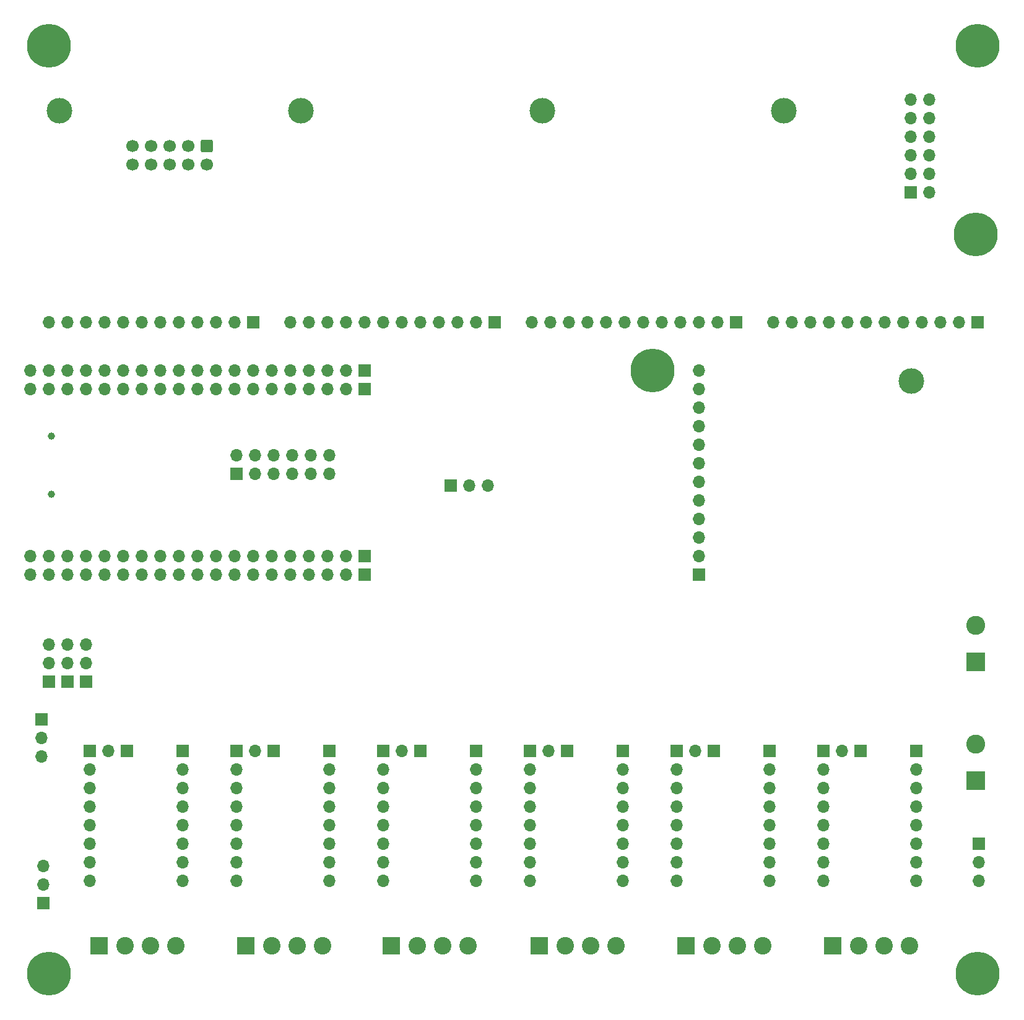
<source format=gbr>
%TF.GenerationSoftware,KiCad,Pcbnew,(5.99.0-13025-gf345eacf13)*%
%TF.CreationDate,2021-10-31T04:57:43-07:00*%
%TF.ProjectId,6_axis_I2S_v1p8s,365f6178-6973-45f4-9932-535f76317038,rev?*%
%TF.SameCoordinates,Original*%
%TF.FileFunction,Soldermask,Bot*%
%TF.FilePolarity,Negative*%
%FSLAX46Y46*%
G04 Gerber Fmt 4.6, Leading zero omitted, Abs format (unit mm)*
G04 Created by KiCad (PCBNEW (5.99.0-13025-gf345eacf13)) date 2021-10-31 04:57:43*
%MOMM*%
%LPD*%
G01*
G04 APERTURE LIST*
G04 Aperture macros list*
%AMRoundRect*
0 Rectangle with rounded corners*
0 $1 Rounding radius*
0 $2 $3 $4 $5 $6 $7 $8 $9 X,Y pos of 4 corners*
0 Add a 4 corners polygon primitive as box body*
4,1,4,$2,$3,$4,$5,$6,$7,$8,$9,$2,$3,0*
0 Add four circle primitives for the rounded corners*
1,1,$1+$1,$2,$3*
1,1,$1+$1,$4,$5*
1,1,$1+$1,$6,$7*
1,1,$1+$1,$8,$9*
0 Add four rect primitives between the rounded corners*
20,1,$1+$1,$2,$3,$4,$5,0*
20,1,$1+$1,$4,$5,$6,$7,0*
20,1,$1+$1,$6,$7,$8,$9,0*
20,1,$1+$1,$8,$9,$2,$3,0*%
G04 Aperture macros list end*
%ADD10R,1.700000X1.700000*%
%ADD11O,1.700000X1.700000*%
%ADD12R,2.400000X2.400000*%
%ADD13C,2.400000*%
%ADD14C,1.000000*%
%ADD15C,3.500000*%
%ADD16C,3.900000*%
%ADD17C,6.000000*%
%ADD18R,2.600000X2.600000*%
%ADD19C,2.600000*%
%ADD20RoundRect,0.250000X-0.600000X0.600000X-0.600000X-0.600000X0.600000X-0.600000X0.600000X0.600000X0*%
%ADD21C,1.700000*%
G04 APERTURE END LIST*
D10*
%TO.C,J18*%
X110744000Y-99187000D03*
D11*
X110744000Y-96647000D03*
X113284000Y-99187000D03*
X113284000Y-96647000D03*
X115824000Y-99187000D03*
X115824000Y-96647000D03*
X118364000Y-99187000D03*
X118364000Y-96647000D03*
X120904000Y-99187000D03*
X120904000Y-96647000D03*
X123444000Y-99187000D03*
X123444000Y-96647000D03*
%TD*%
D12*
%TO.C,TB3*%
X131910000Y-163830000D03*
D13*
X135410000Y-163830000D03*
X138910000Y-163830000D03*
X142410000Y-163830000D03*
%TD*%
D12*
%TO.C,TB6*%
X172212000Y-163830000D03*
D13*
X175712000Y-163830000D03*
X179212000Y-163830000D03*
X182712000Y-163830000D03*
%TD*%
D10*
%TO.C,J9*%
X110744000Y-137160000D03*
D11*
X110744000Y-139700000D03*
X110744000Y-142240000D03*
X110744000Y-144780000D03*
X110744000Y-147320000D03*
X110744000Y-149860000D03*
X110744000Y-152400000D03*
X110744000Y-154940000D03*
%TD*%
D14*
%TO.C,SD1*%
X85364000Y-102027000D03*
X85364000Y-94027000D03*
%TD*%
D10*
%TO.C,J13*%
X130810000Y-137160000D03*
D11*
X130810000Y-139700000D03*
X130810000Y-142240000D03*
X130810000Y-144780000D03*
X130810000Y-147320000D03*
X130810000Y-149860000D03*
X130810000Y-152400000D03*
X130810000Y-154940000D03*
%TD*%
D10*
%TO.C,J24*%
X84074000Y-132857000D03*
D11*
X84074000Y-135397000D03*
X84074000Y-137937000D03*
%TD*%
D12*
%TO.C,TB5*%
X152146000Y-163830000D03*
D13*
X155646000Y-163830000D03*
X159146000Y-163830000D03*
X162646000Y-163830000D03*
%TD*%
D15*
%TO.C,MOD3*%
X152570000Y-49486000D03*
D10*
X179070000Y-78486000D03*
D11*
X176530000Y-78486000D03*
X173990000Y-78486000D03*
X171450000Y-78486000D03*
X168910000Y-78486000D03*
X166370000Y-78486000D03*
X163830000Y-78486000D03*
X161290000Y-78486000D03*
X158750000Y-78486000D03*
X156210000Y-78486000D03*
X153670000Y-78486000D03*
X151130000Y-78486000D03*
%TD*%
D10*
%TO.C,J1*%
X95758000Y-137160000D03*
D11*
X93218000Y-137160000D03*
%TD*%
D10*
%TO.C,J2*%
X90678000Y-137160000D03*
D11*
X90678000Y-139700000D03*
X90678000Y-142240000D03*
X90678000Y-144780000D03*
X90678000Y-147320000D03*
X90678000Y-149860000D03*
X90678000Y-152400000D03*
X90678000Y-154940000D03*
%TD*%
D12*
%TO.C,TB7*%
X192278000Y-163830000D03*
D13*
X195778000Y-163830000D03*
X199278000Y-163830000D03*
X202778000Y-163830000D03*
%TD*%
D16*
%TO.C,MH2*%
X212090000Y-40640000D03*
D17*
X212090000Y-40640000D03*
%TD*%
%TO.C,MH6*%
X211782500Y-66426066D03*
D16*
X211782500Y-66426066D03*
%TD*%
D15*
%TO.C,MOD4*%
X185590000Y-49486000D03*
D10*
X212090000Y-78486000D03*
D11*
X209550000Y-78486000D03*
X207010000Y-78486000D03*
X204470000Y-78486000D03*
X201930000Y-78486000D03*
X199390000Y-78486000D03*
X196850000Y-78486000D03*
X194310000Y-78486000D03*
X191770000Y-78486000D03*
X189230000Y-78486000D03*
X186690000Y-78486000D03*
X184150000Y-78486000D03*
%TD*%
D10*
%TO.C,JP1*%
X90170000Y-127635000D03*
D11*
X90170000Y-125095000D03*
X90170000Y-122555000D03*
%TD*%
D18*
%TO.C,TB4*%
X211836000Y-141224000D03*
D19*
X211836000Y-136224000D03*
%TD*%
D10*
%TO.C,J20*%
X170942000Y-137160000D03*
D11*
X170942000Y-139700000D03*
X170942000Y-142240000D03*
X170942000Y-144780000D03*
X170942000Y-147320000D03*
X170942000Y-149860000D03*
X170942000Y-152400000D03*
X170942000Y-154940000D03*
%TD*%
D10*
%TO.C,J23*%
X212217000Y-149875000D03*
D11*
X212217000Y-152415000D03*
X212217000Y-154955000D03*
%TD*%
D20*
%TO.C,J11*%
X106680000Y-54356000D03*
D21*
X106680000Y-56896000D03*
X104140000Y-54356000D03*
X104140000Y-56896000D03*
X101600000Y-54356000D03*
X101600000Y-56896000D03*
X99060000Y-54356000D03*
X99060000Y-56896000D03*
X96520000Y-54356000D03*
X96520000Y-56896000D03*
%TD*%
D10*
%TO.C,J21*%
X183642000Y-137160000D03*
D11*
X183642000Y-139700000D03*
X183642000Y-142240000D03*
X183642000Y-144780000D03*
X183642000Y-147320000D03*
X183642000Y-149860000D03*
X183642000Y-152400000D03*
X183642000Y-154940000D03*
%TD*%
D10*
%TO.C,J4*%
X128270000Y-85090000D03*
D11*
X125730000Y-85090000D03*
X123190000Y-85090000D03*
X120650000Y-85090000D03*
X118110000Y-85090000D03*
X115570000Y-85090000D03*
X113030000Y-85090000D03*
X110490000Y-85090000D03*
X107950000Y-85090000D03*
X105410000Y-85090000D03*
X102870000Y-85090000D03*
X100330000Y-85090000D03*
X97790000Y-85090000D03*
X95250000Y-85090000D03*
X92710000Y-85090000D03*
X90170000Y-85090000D03*
X87630000Y-85090000D03*
X85090000Y-85090000D03*
X82550000Y-85090000D03*
%TD*%
D10*
%TO.C,J14*%
X143510000Y-137160000D03*
D11*
X143510000Y-139700000D03*
X143510000Y-142240000D03*
X143510000Y-144780000D03*
X143510000Y-147320000D03*
X143510000Y-149860000D03*
X143510000Y-152400000D03*
X143510000Y-154940000D03*
%TD*%
D10*
%TO.C,J28*%
X203708000Y-137160000D03*
D11*
X203708000Y-139700000D03*
X203708000Y-142240000D03*
X203708000Y-144780000D03*
X203708000Y-147320000D03*
X203708000Y-149860000D03*
X203708000Y-152400000D03*
X203708000Y-154940000D03*
%TD*%
D18*
%TO.C,TB8*%
X211836000Y-124968000D03*
D19*
X211836000Y-119968000D03*
%TD*%
D16*
%TO.C,MH3*%
X85090000Y-40640000D03*
D17*
X85090000Y-40640000D03*
%TD*%
D15*
%TO.C,MOD1*%
X86530000Y-49486000D03*
D10*
X113030000Y-78486000D03*
D11*
X110490000Y-78486000D03*
X107950000Y-78486000D03*
X105410000Y-78486000D03*
X102870000Y-78486000D03*
X100330000Y-78486000D03*
X97790000Y-78486000D03*
X95250000Y-78486000D03*
X92710000Y-78486000D03*
X90170000Y-78486000D03*
X87630000Y-78486000D03*
X85090000Y-78486000D03*
%TD*%
D10*
%TO.C,J5*%
X128270000Y-87630000D03*
D11*
X125730000Y-87630000D03*
X123190000Y-87630000D03*
X120650000Y-87630000D03*
X118110000Y-87630000D03*
X115570000Y-87630000D03*
X113030000Y-87630000D03*
X110490000Y-87630000D03*
X107950000Y-87630000D03*
X105410000Y-87630000D03*
X102870000Y-87630000D03*
X100330000Y-87630000D03*
X97790000Y-87630000D03*
X95250000Y-87630000D03*
X92710000Y-87630000D03*
X90170000Y-87630000D03*
X87630000Y-87630000D03*
X85090000Y-87630000D03*
X82550000Y-87630000D03*
%TD*%
D10*
%TO.C,J17*%
X163576000Y-137160000D03*
D11*
X163576000Y-139700000D03*
X163576000Y-142240000D03*
X163576000Y-144780000D03*
X163576000Y-147320000D03*
X163576000Y-149860000D03*
X163576000Y-152400000D03*
X163576000Y-154940000D03*
%TD*%
D10*
%TO.C,J7*%
X128270000Y-110490000D03*
D11*
X125730000Y-110490000D03*
X123190000Y-110490000D03*
X120650000Y-110490000D03*
X118110000Y-110490000D03*
X115570000Y-110490000D03*
X113030000Y-110490000D03*
X110490000Y-110490000D03*
X107950000Y-110490000D03*
X105410000Y-110490000D03*
X102870000Y-110490000D03*
X100330000Y-110490000D03*
X97790000Y-110490000D03*
X95250000Y-110490000D03*
X92710000Y-110490000D03*
X90170000Y-110490000D03*
X87630000Y-110490000D03*
X85090000Y-110490000D03*
X82550000Y-110490000D03*
%TD*%
D10*
%TO.C,JP4*%
X87632366Y-127635000D03*
D11*
X87632366Y-125095000D03*
X87632366Y-122555000D03*
%TD*%
D10*
%TO.C,J12*%
X135890000Y-137160000D03*
D11*
X133350000Y-137160000D03*
%TD*%
D10*
%TO.C,J3*%
X103378000Y-137160000D03*
D11*
X103378000Y-139700000D03*
X103378000Y-142240000D03*
X103378000Y-144780000D03*
X103378000Y-147320000D03*
X103378000Y-149860000D03*
X103378000Y-152400000D03*
X103378000Y-154940000D03*
%TD*%
D16*
%TO.C,MH1*%
X212090000Y-167640000D03*
D17*
X212090000Y-167640000D03*
%TD*%
D10*
%TO.C,J15*%
X155956000Y-137160000D03*
D11*
X153416000Y-137160000D03*
%TD*%
D17*
%TO.C,MH4*%
X85090000Y-167640000D03*
D16*
X85090000Y-167640000D03*
%TD*%
D15*
%TO.C,MOD5*%
X202992366Y-86530000D03*
D10*
X173992366Y-113030000D03*
D11*
X173992366Y-110490000D03*
X173992366Y-107950000D03*
X173992366Y-105410000D03*
X173992366Y-102870000D03*
X173992366Y-100330000D03*
X173992366Y-97790000D03*
X173992366Y-95250000D03*
X173992366Y-92710000D03*
X173992366Y-90170000D03*
X173992366Y-87630000D03*
X173992366Y-85090000D03*
%TD*%
D10*
%TO.C,J22*%
X139969000Y-100838000D03*
D11*
X142509000Y-100838000D03*
X145049000Y-100838000D03*
%TD*%
D12*
%TO.C,TB2*%
X112014000Y-163830000D03*
D13*
X115514000Y-163830000D03*
X119014000Y-163830000D03*
X122514000Y-163830000D03*
%TD*%
D10*
%TO.C,J8*%
X115824000Y-137160000D03*
D11*
X113284000Y-137160000D03*
%TD*%
D10*
%TO.C,J16*%
X150876000Y-137160000D03*
D11*
X150876000Y-139700000D03*
X150876000Y-142240000D03*
X150876000Y-144780000D03*
X150876000Y-147320000D03*
X150876000Y-149860000D03*
X150876000Y-152400000D03*
X150876000Y-154940000D03*
%TD*%
D12*
%TO.C,TB1*%
X91948000Y-163830000D03*
D13*
X95448000Y-163830000D03*
X98948000Y-163830000D03*
X102448000Y-163830000D03*
%TD*%
D10*
%TO.C,J25*%
X202946000Y-60706000D03*
D11*
X205486000Y-60706000D03*
X202946000Y-58166000D03*
X205486000Y-58166000D03*
X202946000Y-55626000D03*
X205486000Y-55626000D03*
X202946000Y-53086000D03*
X205486000Y-53086000D03*
X202946000Y-50546000D03*
X205486000Y-50546000D03*
X202946000Y-48006000D03*
X205486000Y-48006000D03*
%TD*%
D10*
%TO.C,J10*%
X123444000Y-137160000D03*
D11*
X123444000Y-139700000D03*
X123444000Y-142240000D03*
X123444000Y-144780000D03*
X123444000Y-147320000D03*
X123444000Y-149860000D03*
X123444000Y-152400000D03*
X123444000Y-154940000D03*
%TD*%
D10*
%TO.C,JP3*%
X84328000Y-157988000D03*
D11*
X84328000Y-155448000D03*
X84328000Y-152908000D03*
%TD*%
D10*
%TO.C,JP2*%
X85090000Y-127635000D03*
D11*
X85090000Y-125095000D03*
X85090000Y-122555000D03*
%TD*%
D10*
%TO.C,J27*%
X191008000Y-137160000D03*
D11*
X191008000Y-139700000D03*
X191008000Y-142240000D03*
X191008000Y-144780000D03*
X191008000Y-147320000D03*
X191008000Y-149860000D03*
X191008000Y-152400000D03*
X191008000Y-154940000D03*
%TD*%
D10*
%TO.C,J19*%
X176022000Y-137160000D03*
D11*
X173482000Y-137160000D03*
%TD*%
D10*
%TO.C,J26*%
X196088000Y-137160000D03*
D11*
X193548000Y-137160000D03*
%TD*%
D16*
%TO.C,MH5*%
X167640000Y-85090000D03*
D17*
X167640000Y-85090000D03*
%TD*%
D10*
%TO.C,J6*%
X128270000Y-113030000D03*
D11*
X125730000Y-113030000D03*
X123190000Y-113030000D03*
X120650000Y-113030000D03*
X118110000Y-113030000D03*
X115570000Y-113030000D03*
X113030000Y-113030000D03*
X110490000Y-113030000D03*
X107950000Y-113030000D03*
X105410000Y-113030000D03*
X102870000Y-113030000D03*
X100330000Y-113030000D03*
X97790000Y-113030000D03*
X95250000Y-113030000D03*
X92710000Y-113030000D03*
X90170000Y-113030000D03*
X87630000Y-113030000D03*
X85090000Y-113030000D03*
X82550000Y-113030000D03*
%TD*%
D15*
%TO.C,MOD2*%
X119550000Y-49486000D03*
D10*
X146050000Y-78486000D03*
D11*
X143510000Y-78486000D03*
X140970000Y-78486000D03*
X138430000Y-78486000D03*
X135890000Y-78486000D03*
X133350000Y-78486000D03*
X130810000Y-78486000D03*
X128270000Y-78486000D03*
X125730000Y-78486000D03*
X123190000Y-78486000D03*
X120650000Y-78486000D03*
X118110000Y-78486000D03*
%TD*%
M02*

</source>
